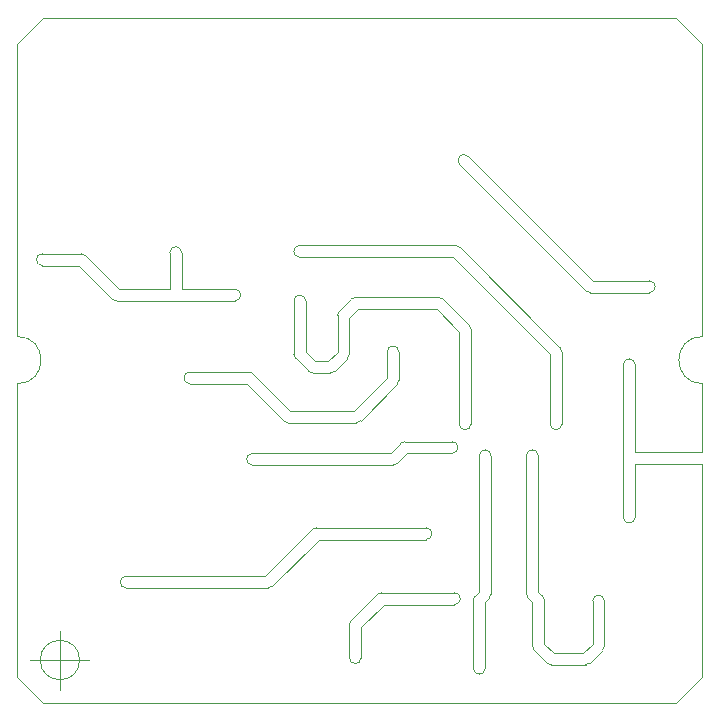
<source format=gbr>
%TF.GenerationSoftware,KiCad,Pcbnew,6.0.4-6f826c9f35~116~ubuntu18.04.1*%
%TF.CreationDate,2022-04-09T00:00:09+02:00*%
%TF.ProjectId,AE01.07.50.100,41453031-2e30-4372-9e35-302e3130302e,V1R0*%
%TF.SameCoordinates,PX9464480PY76a3180*%
%TF.FileFunction,Profile,NP*%
%FSLAX46Y46*%
G04 Gerber Fmt 4.6, Leading zero omitted, Abs format (unit mm)*
G04 Created by KiCad (PCBNEW 6.0.4-6f826c9f35~116~ubuntu18.04.1) date 2022-04-09 00:00:09*
%MOMM*%
%LPD*%
G01*
G04 APERTURE LIST*
%TA.AperFunction,Profile*%
%ADD10C,0.050000*%
%TD*%
G04 APERTURE END LIST*
D10*
X-3600000Y27400000D02*
X-3600000Y52200000D01*
X52200000Y-3600000D02*
X-1400000Y-3600000D01*
X54400000Y27400000D02*
X54400000Y52200000D01*
X-1400000Y54400000D02*
X52200000Y54400000D01*
X52200000Y-3600000D02*
X54400000Y-1400000D01*
X41500000Y25900000D02*
X33300000Y34100000D01*
X15800000Y23400000D02*
X11000000Y23400000D01*
X39500000Y5600000D02*
X39500000Y17300000D01*
X23500000Y26100000D02*
X23500000Y29200000D01*
X-1400000Y54400000D02*
X-3600000Y52200000D01*
X19500000Y21100000D02*
X16353553Y24253553D01*
X40500000Y17300000D02*
G75*
G03*
X39500000Y17300000I-500000J0D01*
G01*
X40146447Y846447D02*
X41246447Y-253553D01*
X54400000Y17600000D02*
X54400000Y23400000D01*
X33800000Y20000000D02*
X33800000Y27800000D01*
X10300000Y34500000D02*
X10300000Y31400000D01*
X39500001Y5600000D02*
G75*
G03*
X39646447Y5246447I499999J0D01*
G01*
X21046447Y24446447D02*
G75*
G03*
X21400000Y24300000I353553J353553D01*
G01*
X22700000Y25300000D02*
X23500000Y26100000D01*
X-3600000Y23400000D02*
X-3600000Y-1400000D01*
X16300000Y17500000D02*
G75*
G03*
X16300000Y16500000I0J-500000D01*
G01*
X32453553Y30553553D02*
G75*
G03*
X32100000Y30700000I-353553J-353553D01*
G01*
X-1500000Y33400000D02*
X1600000Y33400000D01*
X17400000Y7100000D02*
X21346447Y11053553D01*
X20300000Y35100000D02*
X33500000Y35100000D01*
X36000000Y4900000D02*
X36353553Y5246447D01*
X31000000Y10200000D02*
X21900000Y10200000D01*
X24500000Y200000D02*
X24500000Y3000000D01*
X35146447Y5453553D02*
X35500000Y5800000D01*
X33300000Y34100000D02*
X20300000Y34100000D01*
X41246447Y-253553D02*
G75*
G03*
X41600000Y-400000I353553J353553D01*
G01*
X40000001Y1200000D02*
G75*
G03*
X40146447Y846447I499999J0D01*
G01*
X35146447Y5453553D02*
G75*
G03*
X35000000Y5100000I353553J-353553D01*
G01*
X36500000Y17300000D02*
X36500000Y5600000D01*
X24646447Y3353553D02*
G75*
G03*
X24500000Y3000000I353553J-353553D01*
G01*
X1600000Y33400000D02*
X4446447Y30546447D01*
X33400000Y4700000D02*
G75*
G03*
X33400000Y5700000I0J500000D01*
G01*
X35000000Y-700000D02*
X35000000Y5100000D01*
X25500000Y200000D02*
X25500000Y2800000D01*
X47700000Y12100000D02*
G75*
G03*
X48700000Y12100000I500000J0D01*
G01*
X16300000Y16500000D02*
X28200000Y16500000D01*
X41500000Y20000000D02*
G75*
G03*
X42500000Y20000000I500000J0D01*
G01*
X28553553Y23346447D02*
G75*
G03*
X28700000Y23700000I-353553J353553D01*
G01*
X45100000Y1400000D02*
X45100000Y5000000D01*
X36000000Y-700000D02*
X36000000Y4900000D01*
X31900000Y29700000D02*
X33800000Y27800000D01*
X42900000Y34300000D02*
X45100000Y32100000D01*
X48700000Y12100000D02*
X48700000Y16600000D01*
X24500000Y200000D02*
G75*
G03*
X25500000Y200000I500000J0D01*
G01*
X41000000Y1400000D02*
X41800000Y600000D01*
X25100000Y20100001D02*
G75*
G03*
X25453553Y20246447I0J499999D01*
G01*
X20800000Y26100000D02*
X21600000Y25300000D01*
X25200000Y29700000D02*
X24500000Y29000000D01*
X15800000Y23400000D02*
X18946447Y20246447D01*
X35500000Y5800000D02*
X35500000Y17300000D01*
X41500000Y25900000D02*
X41500000Y20000000D01*
X46100000Y1200000D02*
X46100000Y5000000D01*
X34800000Y20000000D02*
X34800000Y28000000D01*
X54400000Y27400000D02*
G75*
G03*
X54400000Y23400000I0J-2000000D01*
G01*
X27400000Y4700000D02*
X33400000Y4700000D01*
X19800001Y25900000D02*
G75*
G03*
X19946447Y25546447I499999J0D01*
G01*
X33853553Y34953553D02*
X42353553Y26453553D01*
X28000000Y17500000D02*
X28853553Y18353553D01*
X54400000Y52200000D02*
X52200000Y54400000D01*
X-3600000Y23400000D02*
G75*
G03*
X-3600000Y27400000I0J2000000D01*
G01*
X24353553Y25546447D02*
G75*
G03*
X24500000Y25900000I-353553J353553D01*
G01*
X33200000Y18500000D02*
X29200000Y18500000D01*
X54400000Y17600000D02*
X48700000Y17600000D01*
X29400000Y17500000D02*
X33200000Y17500000D01*
X32453553Y30553553D02*
X34653553Y28353553D01*
X20800000Y30400000D02*
X20800000Y26100000D01*
X17600000Y6100001D02*
G75*
G03*
X17953553Y6246447I0J499999D01*
G01*
X16300000Y17500000D02*
X28000000Y17500000D01*
X-3600000Y-1400000D02*
X-1400000Y-3600000D01*
X33846447Y41946447D02*
X42346447Y33446447D01*
X24900000Y21100000D02*
X27700000Y23900000D01*
X28200000Y16500001D02*
G75*
G03*
X28553553Y16646447I0J499999D01*
G01*
X14800000Y30400000D02*
G75*
G03*
X14800000Y31400000I0J500000D01*
G01*
X42499999Y26100000D02*
G75*
G03*
X42353553Y26453553I-499999J0D01*
G01*
X26846447Y5553553D02*
X24646447Y3353553D01*
X42346447Y33446447D02*
X44546447Y31246447D01*
X5000000Y31400000D02*
X9300000Y31400000D01*
X48700000Y25000000D02*
G75*
G03*
X47700000Y25000000I-500000J0D01*
G01*
X36500000Y17300000D02*
G75*
G03*
X35500000Y17300000I-500000J0D01*
G01*
X4446447Y30546447D02*
G75*
G03*
X4800000Y30400000I353553J353553D01*
G01*
X46100000Y5000000D02*
G75*
G03*
X45100000Y5000000I-500000J0D01*
G01*
X33800000Y20000000D02*
G75*
G03*
X34800000Y20000000I500000J0D01*
G01*
X11000000Y24400000D02*
X16000000Y24400000D01*
X27700000Y23900000D02*
X27700000Y26100000D01*
X23646447Y29553553D02*
G75*
G03*
X23500000Y29200000I353553J-353553D01*
G01*
X48700000Y17600000D02*
X48700000Y25000000D01*
X40999999Y5100000D02*
G75*
G03*
X40853553Y5453553I-499999J0D01*
G01*
X44300000Y600000D02*
X45100000Y1400000D01*
X34553553Y42653553D02*
X42900000Y34300000D01*
X41000000Y1400000D02*
X41000000Y5100000D01*
X44546447Y31246447D02*
G75*
G03*
X44900000Y31100000I353553J353553D01*
G01*
X24500000Y29000000D02*
X24500000Y25900000D01*
X17600000Y6100000D02*
X5600000Y6100000D01*
X40000000Y4900000D02*
X39646447Y5246447D01*
X44500000Y-399999D02*
G75*
G03*
X44853553Y-253553I0J499999D01*
G01*
X21600000Y25300000D02*
X22700000Y25300000D01*
X21400000Y24300000D02*
X22900000Y24300001D01*
X25200000Y29700000D02*
X31900000Y29700000D01*
X31000000Y11200000D02*
X21700000Y11200000D01*
X44853553Y-253553D02*
X45953553Y846447D01*
X5600000Y7100000D02*
X17400000Y7100000D01*
X48700000Y16600000D02*
X54400000Y16600000D01*
X23244891Y24446455D02*
X24353553Y25546447D01*
X31000000Y10200000D02*
G75*
G03*
X31000000Y11200000I0J500000D01*
G01*
X28700000Y26100000D02*
X28700000Y23700000D01*
X5600000Y7100000D02*
G75*
G03*
X5600000Y6100000I0J-500000D01*
G01*
X45953553Y846447D02*
G75*
G03*
X46100000Y1200000I-353553J353553D01*
G01*
X25000000Y30700000D02*
X32100000Y30700000D01*
X10300000Y34500000D02*
G75*
G03*
X9300000Y34500000I-500000J0D01*
G01*
X33853553Y34953553D02*
G75*
G03*
X33500000Y35100000I-353553J-353553D01*
G01*
X10300000Y31400000D02*
X14800000Y31400000D01*
X5000000Y31400000D02*
X2153553Y34253553D01*
X40000000Y4900000D02*
X40000000Y1200000D01*
X-1500000Y34400000D02*
G75*
G03*
X-1500000Y33400000I0J-500000D01*
G01*
X33200000Y17500000D02*
G75*
G03*
X33200000Y18500000I0J500000D01*
G01*
X18946447Y20246447D02*
G75*
G03*
X19300000Y20100000I353553J353553D01*
G01*
X36353553Y5246447D02*
G75*
G03*
X36500000Y5600000I-353553J353553D01*
G01*
X20300000Y35100000D02*
G75*
G03*
X20300000Y34100000I0J-500000D01*
G01*
X41800000Y600000D02*
X44300000Y600000D01*
X19500000Y21100000D02*
X24900000Y21100000D01*
X29400000Y17500000D02*
X28553553Y16646447D01*
X49900000Y31100000D02*
G75*
G03*
X49900000Y32100000I0J500000D01*
G01*
X41600000Y-400000D02*
X44500000Y-400000D01*
X19946447Y25546447D02*
X21046447Y24446447D01*
X42500000Y20000000D02*
X42500000Y26100000D01*
X29200000Y18500005D02*
G75*
G03*
X28853553Y18353553I0J-483005D01*
G01*
X34553553Y42653553D02*
G75*
G03*
X33846447Y41946447I-353553J-353553D01*
G01*
X33400000Y5700000D02*
X27200000Y5700000D01*
X49900000Y31100000D02*
X44900000Y31100000D01*
X35000000Y-700000D02*
G75*
G03*
X36000000Y-700000I500000J0D01*
G01*
X47700000Y25000000D02*
X47700000Y12100000D01*
X16353553Y24253553D02*
G75*
G03*
X16000000Y24400000I-353553J-353553D01*
G01*
X40853553Y5453553D02*
X40500000Y5800000D01*
X25000000Y30699999D02*
G75*
G03*
X24646447Y30553553I0J-499999D01*
G01*
X22900000Y24299975D02*
G75*
G03*
X23244891Y24446455I-8900J500225D01*
G01*
X21900000Y10200000D02*
X17953553Y6246447D01*
X21700000Y11199999D02*
G75*
G03*
X21346447Y11053553I0J-499999D01*
G01*
X19300000Y20100000D02*
X25100000Y20100000D01*
X2153553Y34253553D02*
G75*
G03*
X1800000Y34400000I-353553J-353553D01*
G01*
X54400000Y16600000D02*
X54400000Y-1400000D01*
X20800000Y30400000D02*
G75*
G03*
X19800000Y30400000I-500000J0D01*
G01*
X40500000Y5800000D02*
X40500000Y17300000D01*
X28700000Y26100000D02*
G75*
G03*
X27700000Y26100000I-500000J0D01*
G01*
X11000000Y24400000D02*
G75*
G03*
X11000000Y23400000I0J-500000D01*
G01*
X25453553Y20246447D02*
X28553553Y23346447D01*
X-1500000Y34400000D02*
X1800000Y34400000D01*
X9300000Y31400000D02*
X9300000Y34500000D01*
X14800000Y30400000D02*
X4800000Y30400000D01*
X34799999Y28000000D02*
G75*
G03*
X34653553Y28353553I-499999J0D01*
G01*
X45100000Y32100000D02*
X49900000Y32100000D01*
X25500000Y2800000D02*
X27400000Y4700000D01*
X27200000Y5699999D02*
G75*
G03*
X26846447Y5553553I0J-499999D01*
G01*
X19800000Y30400000D02*
X19800000Y25900000D01*
X23646447Y29553553D02*
X24646447Y30553553D01*
X1666666Y0D02*
G75*
G03*
X1666666Y0I-1666666J0D01*
G01*
X-2500000Y0D02*
X2500000Y0D01*
X0Y2500000D02*
X0Y-2500000D01*
X1666666Y0D02*
G75*
G03*
X1666666Y0I-1666666J0D01*
G01*
X-2500000Y0D02*
X2500000Y0D01*
X0Y2500000D02*
X0Y-2500000D01*
M02*

</source>
